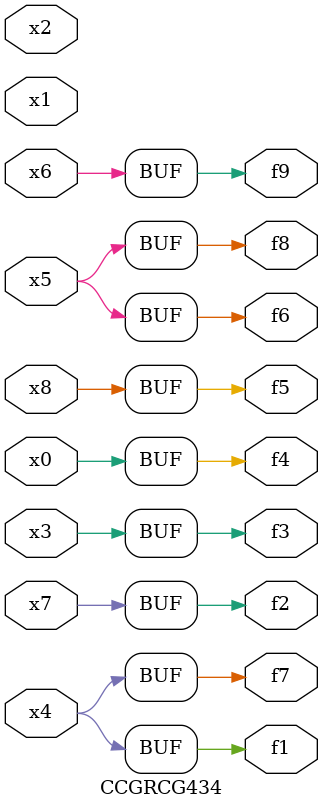
<source format=v>
module CCGRCG434(
	input x0, x1, x2, x3, x4, x5, x6, x7, x8,
	output f1, f2, f3, f4, f5, f6, f7, f8, f9
);
	assign f1 = x4;
	assign f2 = x7;
	assign f3 = x3;
	assign f4 = x0;
	assign f5 = x8;
	assign f6 = x5;
	assign f7 = x4;
	assign f8 = x5;
	assign f9 = x6;
endmodule

</source>
